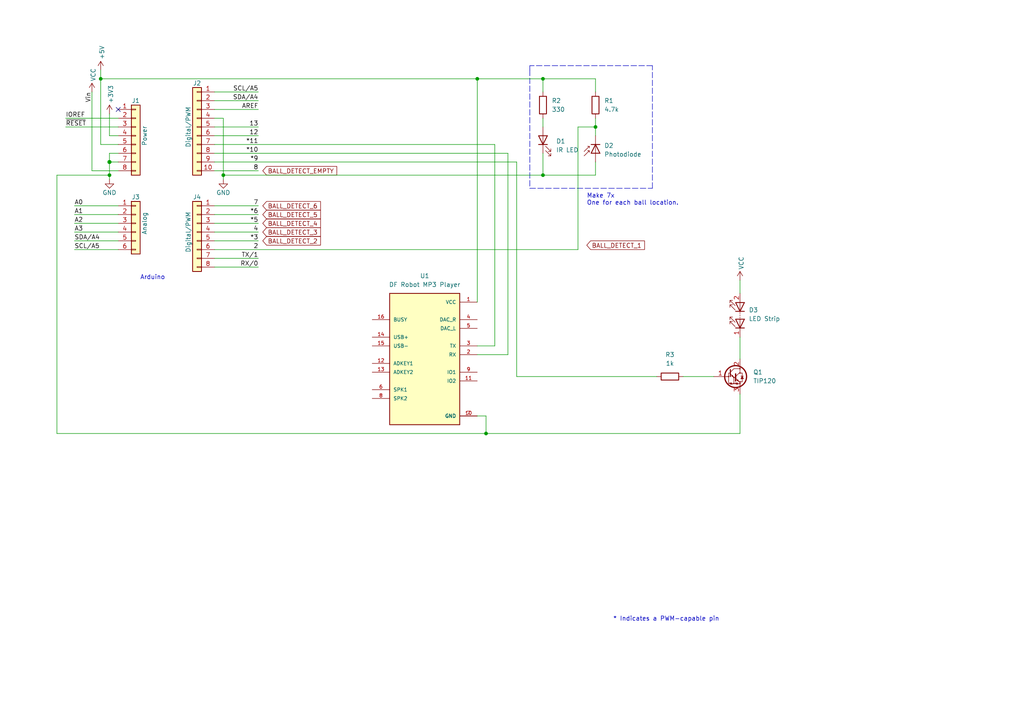
<source format=kicad_sch>
(kicad_sch (version 20211123) (generator eeschema)
  (paper "A4")
  (title_block (date "mar. 31 mars 2015"))
  (lib_symbols
    (symbol "Connector_Generic:Conn_01x06" (pin_names (offset 1.016) hide)
      (property "Reference" "J" (at 0 7.62 0))
      (property "Value" "Conn_01x06" (at 0 -10.16 0))
      (symbol "Conn_01x06_1_1"
        (rectangle (start -1.27 -7.493) (end 0 -7.747) (stroke (width 0.1524)))
        (rectangle (start -1.27 -4.953) (end 0 -5.207) (stroke (width 0.1524)))
        (rectangle (start -1.27 -2.413) (end 0 -2.667) (stroke (width 0.1524)))
        (rectangle (start -1.27 0.127) (end 0 -0.127) (stroke (width 0.1524)))
        (rectangle (start -1.27 2.667) (end 0 2.413) (stroke (width 0.1524)))
        (rectangle (start -1.27 5.207) (end 0 4.953) (stroke (width 0.1524)))
        (rectangle (start -1.27 6.35) (end 1.27 -8.89) (stroke (width 0.254)) (fill (type background)))
        (pin passive line (at -5.08 5.08 0) (length 3.81) (name "Pin_1") (number "1"))
        (pin passive line (at -5.08 2.54 0) (length 3.81) (name "Pin_2") (number "2"))
        (pin passive line (at -5.08 0 0) (length 3.81) (name "Pin_3") (number "3"))
        (pin passive line (at -5.08 -2.54 0) (length 3.81) (name "Pin_4") (number "4"))
        (pin passive line (at -5.08 -5.08 0) (length 3.81) (name "Pin_5") (number "5"))
        (pin passive line (at -5.08 -7.62 0) (length 3.81) (name "Pin_6") (number "6"))
      )
    )
    (symbol "Connector_Generic:Conn_01x08" (pin_names (offset 1.016) hide)
      (property "Reference" "J" (at 0 10.16 0))
      (property "Value" "Conn_01x08" (at 0 -12.7 0))
      (symbol "Conn_01x08_1_1"
        (rectangle (start -1.27 -10.033) (end 0 -10.287) (stroke (width 0.1524)))
        (rectangle (start -1.27 -7.493) (end 0 -7.747) (stroke (width 0.1524)))
        (rectangle (start -1.27 -4.953) (end 0 -5.207) (stroke (width 0.1524)))
        (rectangle (start -1.27 -2.413) (end 0 -2.667) (stroke (width 0.1524)))
        (rectangle (start -1.27 0.127) (end 0 -0.127) (stroke (width 0.1524)))
        (rectangle (start -1.27 2.667) (end 0 2.413) (stroke (width 0.1524)))
        (rectangle (start -1.27 5.207) (end 0 4.953) (stroke (width 0.1524)))
        (rectangle (start -1.27 7.747) (end 0 7.493) (stroke (width 0.1524)))
        (rectangle (start -1.27 8.89) (end 1.27 -11.43) (stroke (width 0.254)) (fill (type background)))
        (pin passive line (at -5.08 7.62 0) (length 3.81) (name "Pin_1") (number "1"))
        (pin passive line (at -5.08 5.08 0) (length 3.81) (name "Pin_2") (number "2"))
        (pin passive line (at -5.08 2.54 0) (length 3.81) (name "Pin_3") (number "3"))
        (pin passive line (at -5.08 0 0) (length 3.81) (name "Pin_4") (number "4"))
        (pin passive line (at -5.08 -2.54 0) (length 3.81) (name "Pin_5") (number "5"))
        (pin passive line (at -5.08 -5.08 0) (length 3.81) (name "Pin_6") (number "6"))
        (pin passive line (at -5.08 -7.62 0) (length 3.81) (name "Pin_7") (number "7"))
        (pin passive line (at -5.08 -10.16 0) (length 3.81) (name "Pin_8") (number "8"))
      )
    )
    (symbol "Connector_Generic:Conn_01x10" (pin_names (offset 1.016) hide)
      (property "Reference" "J" (at 0 12.7 0))
      (property "Value" "Conn_01x10" (at 0 -15.24 0))
      (symbol "Conn_01x10_1_1"
        (rectangle (start -1.27 -12.573) (end 0 -12.827) (stroke (width 0.1524)))
        (rectangle (start -1.27 -10.033) (end 0 -10.287) (stroke (width 0.1524)))
        (rectangle (start -1.27 -7.493) (end 0 -7.747) (stroke (width 0.1524)))
        (rectangle (start -1.27 -4.953) (end 0 -5.207) (stroke (width 0.1524)))
        (rectangle (start -1.27 -2.413) (end 0 -2.667) (stroke (width 0.1524)))
        (rectangle (start -1.27 0.127) (end 0 -0.127) (stroke (width 0.1524)))
        (rectangle (start -1.27 2.667) (end 0 2.413) (stroke (width 0.1524)))
        (rectangle (start -1.27 5.207) (end 0 4.953) (stroke (width 0.1524)))
        (rectangle (start -1.27 7.747) (end 0 7.493) (stroke (width 0.1524)))
        (rectangle (start -1.27 10.287) (end 0 10.033) (stroke (width 0.1524)))
        (rectangle (start -1.27 11.43) (end 1.27 -13.97) (stroke (width 0.254)) (fill (type background)))
        (pin passive line (at -5.08 10.16 0) (length 3.81) (name "Pin_1") (number "1"))
        (pin passive line (at -5.08 -12.7 0) (length 3.81) (name "Pin_10") (number "10"))
        (pin passive line (at -5.08 7.62 0) (length 3.81) (name "Pin_2") (number "2"))
        (pin passive line (at -5.08 5.08 0) (length 3.81) (name "Pin_3") (number "3"))
        (pin passive line (at -5.08 2.54 0) (length 3.81) (name "Pin_4") (number "4"))
        (pin passive line (at -5.08 0 0) (length 3.81) (name "Pin_5") (number "5"))
        (pin passive line (at -5.08 -2.54 0) (length 3.81) (name "Pin_6") (number "6"))
        (pin passive line (at -5.08 -5.08 0) (length 3.81) (name "Pin_7") (number "7"))
        (pin passive line (at -5.08 -7.62 0) (length 3.81) (name "Pin_8") (number "8"))
        (pin passive line (at -5.08 -10.16 0) (length 3.81) (name "Pin_9") (number "9"))
      )
    )
    (symbol "DFR0299:DFR0299" (pin_names (offset 1.016))
      (property "Reference" "U" (at -10.16 18.542 0))
      (property "Value" "DFR0299" (at -10.16 -22.86 0))
      (symbol "DFR0299_0_0"
        (rectangle (start -10.16 -20.32) (end 10.16 17.78) (stroke (width 0.254)) (fill (type background)))
        (pin power_in line (at 15.24 15.24 180) (length 5.08) (name "VCC") (number "1"))
        (pin power_in line (at 15.24 -17.78 180) (length 5.08) (name "GND") (number "10"))
        (pin bidirectional line (at 15.24 -7.62 180) (length 5.08) (name "IO2") (number "11"))
        (pin input line (at -15.24 -2.54 0) (length 5.08) (name "ADKEY1") (number "12"))
        (pin input line (at -15.24 -5.08 0) (length 5.08) (name "ADKEY2") (number "13"))
        (pin input line (at -15.24 5.08 0) (length 5.08) (name "USB+") (number "14"))
        (pin input line (at -15.24 2.54 0) (length 5.08) (name "USB-") (number "15"))
        (pin input line (at -15.24 10.16 0) (length 5.08) (name "BUSY") (number "16"))
        (pin input line (at 15.24 0 180) (length 5.08) (name "RX") (number "2"))
        (pin output line (at 15.24 2.54 180) (length 5.08) (name "TX") (number "3"))
        (pin output line (at 15.24 10.16 180) (length 5.08) (name "DAC_R") (number "4"))
        (pin output line (at 15.24 7.62 180) (length 5.08) (name "DAC_L") (number "5"))
        (pin passive line (at -15.24 -10.16 0) (length 5.08) (name "SPK1") (number "6"))
        (pin power_in line (at 15.24 -17.78 180) (length 5.08) (name "GND") (number "7"))
        (pin passive line (at -15.24 -12.7 0) (length 5.08) (name "SPK2") (number "8"))
        (pin bidirectional line (at 15.24 -5.08 180) (length 5.08) (name "IO1") (number "9"))
      )
    )
    (symbol "Device:D_Photo" (pin_numbers hide) (pin_names hide)
      (property "Reference" "D" (at 0.508 1.778 0))
      (property "Value" "D_Photo" (at -1.016 -2.794 0))
      (symbol "D_Photo_0_1"
        (polyline (pts (xy -2.54 1.27) (xy -2.54 -1.27)) (stroke (width 0.254)))
        (polyline (pts (xy -2.032 1.778) (xy -1.524 1.778)))
        (polyline (pts (xy 0 0) (xy -2.54 0)))
        (polyline (pts (xy -0.508 3.302) (xy -2.032 1.778) (xy -2.032 2.286)))
        (polyline (pts (xy 0 -1.27) (xy 0 1.27) (xy -2.54 0) (xy 0 -1.27)) (stroke (width 0.254)))
        (polyline (pts (xy 0.762 3.302) (xy -0.762 1.778) (xy -0.762 2.286) (xy -0.762 1.778) (xy -0.254 1.778)))
      )
      (symbol "D_Photo_1_1"
        (pin passive line (at -5.08 0 0) (length 2.54) (name "K") (number "1"))
        (pin passive line (at 2.54 0 180) (length 2.54) (name "A") (number "2"))
      )
    )
    (symbol "Device:LED" (pin_numbers hide) (pin_names (offset 1.016) hide)
      (property "Reference" "D" (at 0 2.54 0))
      (property "Value" "LED" (at 0 -2.54 0))
      (symbol "LED_0_1"
        (polyline (pts (xy -1.27 -1.27) (xy -1.27 1.27)) (stroke (width 0.254)))
        (polyline (pts (xy -1.27 0) (xy 1.27 0)))
        (polyline (pts (xy 1.27 -1.27) (xy 1.27 1.27) (xy -1.27 0) (xy 1.27 -1.27)) (stroke (width 0.254)))
        (polyline (pts (xy -3.048 -0.762) (xy -4.572 -2.286) (xy -3.81 -2.286) (xy -4.572 -2.286) (xy -4.572 -1.524)))
        (polyline (pts (xy -1.778 -0.762) (xy -3.302 -2.286) (xy -2.54 -2.286) (xy -3.302 -2.286) (xy -3.302 -1.524)))
      )
      (symbol "LED_1_1"
        (pin passive line (at -3.81 0 0) (length 2.54) (name "K") (number "1"))
        (pin passive line (at 3.81 0 180) (length 2.54) (name "A") (number "2"))
      )
    )
    (symbol "Device:LED_Series" (pin_names (offset 1.016) hide)
      (property "Reference" "D" (at 0 5.715 0))
      (property "Value" "LED_Series" (at 0 3.81 0))
      (symbol "LED_Series_0_1"
        (polyline (pts (xy -3.81 0) (xy -1.016 0)))
        (polyline (pts (xy -3.683 -1.27) (xy -3.683 1.27)) (stroke (width 0.254)))
        (polyline (pts (xy -0.508 0) (xy -0.762 0)))
        (polyline (pts (xy 0.127 0) (xy -0.127 0)))
        (polyline (pts (xy 0.508 0) (xy 0.762 0)))
        (polyline (pts (xy 1.016 0) (xy 3.81 0)))
        (polyline (pts (xy 1.143 -1.27) (xy 1.143 1.27)) (stroke (width 0.254)))
        (polyline (pts (xy -1.143 -1.27) (xy -1.143 1.27) (xy -3.683 0) (xy -1.143 -1.27)) (stroke (width 0.254)))
        (polyline (pts (xy 3.683 -1.27) (xy 3.683 1.27) (xy 1.143 0) (xy 3.683 -1.27)) (stroke (width 0.254)))
        (polyline (pts (xy -3.302 1.397) (xy -1.778 2.921) (xy -2.54 2.921) (xy -1.778 2.921) (xy -1.778 2.159)))
        (polyline (pts (xy -2.032 1.397) (xy -0.508 2.921) (xy -1.27 2.921) (xy -0.508 2.921) (xy -0.508 2.159)))
        (polyline (pts (xy 1.524 1.397) (xy 3.048 2.921) (xy 2.286 2.921) (xy 3.048 2.921) (xy 3.048 2.159)))
        (polyline (pts (xy 2.794 1.397) (xy 4.318 2.921) (xy 3.556 2.921) (xy 4.318 2.921) (xy 4.318 2.159)))
      )
      (symbol "LED_Series_1_1"
        (pin passive line (at -6.35 0 0) (length 2.54) (name "K") (number "1"))
        (pin passive line (at 6.35 0 180) (length 2.54) (name "A") (number "2"))
      )
    )
    (symbol "Device:R" (pin_numbers hide) (pin_names (offset 0))
      (property "Reference" "R" (at 2.032 0 90))
      (property "Value" "R" (at 0 0 90))
      (symbol "R_0_1"
        (rectangle (start -1.016 -2.54) (end 1.016 2.54) (stroke (width 0.254)))
      )
      (symbol "R_1_1"
        (pin passive line (at 0 3.81 270) (length 1.27) (name "~") (number "1"))
        (pin passive line (at 0 -3.81 90) (length 1.27) (name "~") (number "2"))
      )
    )
    (symbol "Transistor_BJT:TIP122" (pin_names (offset 0) hide)
      (property "Reference" "Q" (at 5.08 1.905 0))
      (property "Value" "TIP122" (at 5.08 0 0))
      (symbol "TIP122_0_1"
        (circle (center -0.762 0) (radius 0.127))
        (polyline (pts (xy -1.27 0) (xy -0.889 0)))
        (polyline (pts (xy 2.54 -2.032) (xy 2.54 -2.54)))
        (polyline (pts (xy 2.54 -1.524) (xy 3.175 -1.524)))
        (polyline (pts (xy 2.794 0.127) (xy 3.556 0.127)))
        (polyline (pts (xy 3.175 -0.635) (xy 3.175 -1.524)))
        (polyline (pts (xy 3.175 1.016) (xy 2.54 1.016)))
        (polyline (pts (xy 3.175 1.016) (xy 3.175 0.127)))
        (polyline (pts (xy -0.254 0.762) (xy 0.762 -0.254) (xy 1.27 -0.254)))
        (polyline (pts (xy -0.254 1.016) (xy -0.762 1.016) (xy -0.762 -2.032)))
        (polyline (pts (xy -0.254 1.27) (xy 0.762 2.286) (xy 2.54 2.286)))
        (polyline (pts (xy -0.254 2.032) (xy -0.254 0) (xy -0.254 0)) (stroke (width 0.3048)))
        (polyline (pts (xy 1.27 0.762) (xy 1.27 -1.27) (xy 1.27 -1.27)) (stroke (width 0.381)))
        (polyline (pts (xy 0.635 -0.127) (xy 0.381 0.381) (xy 0.127 0.127) (xy 0.635 -0.127)))
        (polyline (pts (xy 1.27 -0.508) (xy 2.286 -1.524) (xy 2.54 -1.524) (xy 2.54 -2.032)))
        (polyline (pts (xy 1.27 0) (xy 2.286 1.016) (xy 2.54 1.016) (xy 2.54 2.286)))
        (polyline (pts (xy 2.159 -1.397) (xy 1.905 -0.889) (xy 1.651 -1.143) (xy 2.159 -1.397)))
        (polyline (pts (xy 3.175 0.127) (xy 2.794 -0.635) (xy 3.556 -0.635) (xy 3.175 0.127)) (fill (type outline)))
        (polyline (pts (xy 0.762 -2.032) (xy 0.381 -2.032) (xy 0.254 -2.286) (xy 0.127 -1.778) (xy 0 -2.286) (xy -0.127 -1.778) (xy -0.254 -2.286) (xy -0.381 -1.778) (xy -0.508 -2.032) (xy -0.762 -2.032)))
        (polyline (pts (xy 0.762 -0.254) (xy 0.762 -2.032) (xy 1.143 -2.032) (xy 1.27 -1.778) (xy 1.397 -2.286) (xy 1.524 -1.778) (xy 1.651 -2.286) (xy 1.778 -1.778) (xy 1.905 -2.286) (xy 2.032 -2.032) (xy 2.54 -2.032)))
        (circle (center 0.762 -2.032) (radius 0.127))
        (circle (center 0.762 -0.254) (radius 0.127))
        (circle (center 1.27 0) (radius 3.175) (stroke (width 0.3556)))
        (circle (center 2.54 -2.032) (radius 0.127))
        (circle (center 2.54 -1.524) (radius 0.127))
        (circle (center 2.54 1.016) (radius 0.127))
        (circle (center 2.54 2.286) (radius 0.127))
      )
      (symbol "TIP122_1_1"
        (pin input line (at -5.08 0 0) (length 3.81) (name "B") (number "1"))
        (pin passive line (at 2.54 5.08 270) (length 2.667) (name "C") (number "2"))
        (pin passive line (at 2.54 -5.08 90) (length 2.54) (name "E") (number "3"))
      )
    )
    (symbol "power:+3V3" (power) (pin_names (offset 0))
      (property "Value" "+3V3" (at 0 3.556 0))
      (symbol "+3V3_0_1"
        (polyline (pts (xy -0.762 1.27) (xy 0 2.54)))
        (polyline (pts (xy 0 0) (xy 0 2.54)))
        (polyline (pts (xy 0 2.54) (xy 0.762 1.27)))
      )
      (symbol "+3V3_1_1"
        (pin power_in line (at 0 0 90) (length 0) hide (name "+3V3") (number "1"))
      )
    )
    (symbol "power:+5V" (power) (pin_names (offset 0))
      (property "Value" "+5V" (at 0 3.556 0))
      (symbol "+5V_0_1"
        (polyline (pts (xy -0.762 1.27) (xy 0 2.54)))
        (polyline (pts (xy 0 0) (xy 0 2.54)))
        (polyline (pts (xy 0 2.54) (xy 0.762 1.27)))
      )
      (symbol "+5V_1_1"
        (pin power_in line (at 0 0 90) (length 0) hide (name "+5V") (number "1"))
      )
    )
    (symbol "power:GND" (power) (pin_names (offset 0))
      (property "Value" "GND" (at 0 -3.81 0))
      (symbol "GND_0_1"
        (polyline (pts (xy 0 0) (xy 0 -1.27) (xy 1.27 -1.27) (xy 0 -2.54) (xy -1.27 -1.27) (xy 0 -1.27)))
      )
      (symbol "GND_1_1"
        (pin power_in line (at 0 0 270) (length 0) hide (name "GND") (number "1"))
      )
    )
    (symbol "power:VCC" (power) (pin_names (offset 0))
      (property "Value" "VCC" (at 0 3.81 0))
      (symbol "VCC_0_1"
        (polyline (pts (xy -0.762 1.27) (xy 0 2.54)))
        (polyline (pts (xy 0 0) (xy 0 2.54)))
        (polyline (pts (xy 0 2.54) (xy 0.762 1.27)))
      )
      (symbol "VCC_1_1"
        (pin power_in line (at 0 0 90) (length 0) hide (name "VCC") (number "1"))
      )
    )
  )
  (junction (at 64.77 50.8))
  (junction (at 29.21 22.86))
  (junction (at 172.72 36.83))
  (junction (at 31.75 46.99) (diameter 1.016))
  (junction (at 140.97 125.73))
  (junction (at 31.75 50.8))
  (junction (at 157.48 50.8))
  (junction (at 138.43 22.86))
  (junction (at 157.48 22.86))
  (no_connect (at 34.29 31.75))
  (wire (pts (xy 62.23 77.47) (xy 74.93 77.47)))
  (wire (pts (xy 167.64 72.39) (xy 167.64 36.83)))
  (polyline (pts (xy 153.67 20.32) (xy 153.67 54.61)))
  (polyline (pts (xy 189.23 54.61) (xy 189.23 19.05)))
  (wire (pts (xy 62.23 44.45) (xy 147.32 44.45)))
  (wire (pts (xy 157.48 50.8) (xy 172.72 50.8)))
  (wire (pts (xy 62.23 26.67) (xy 74.93 26.67)))
  (wire (pts (xy 31.75 44.45) (xy 31.75 46.99)))
  (wire (pts (xy 31.75 50.8) (xy 16.51 50.8)))
  (wire (pts (xy 21.59 72.39) (xy 34.29 72.39)))
  (wire (pts (xy 138.43 100.33) (xy 143.51 100.33)))
  (wire (pts (xy 198.12 109.22) (xy 207.01 109.22)))
  (wire (pts (xy 31.75 46.99) (xy 31.75 50.8)))
  (wire (pts (xy 143.51 100.33) (xy 143.51 41.91)))
  (wire (pts (xy 31.75 39.37) (xy 34.29 39.37)))
  (wire (pts (xy 29.21 41.91) (xy 34.29 41.91)))
  (wire (pts (xy 214.63 97.79) (xy 214.63 104.14)))
  (wire (pts (xy 29.21 20.32) (xy 29.21 22.86)))
  (wire (pts (xy 157.48 22.86) (xy 172.72 22.86)))
  (wire (pts (xy 149.86 109.22) (xy 190.5 109.22)))
  (wire (pts (xy 62.23 36.83) (xy 74.93 36.83)))
  (wire (pts (xy 31.75 33.02) (xy 31.75 39.37)))
  (wire (pts (xy 62.23 59.69) (xy 74.93 59.69)))
  (wire (pts (xy 140.97 125.73) (xy 140.97 120.65)))
  (wire (pts (xy 172.72 36.83) (xy 172.72 39.37)))
  (wire (pts (xy 34.29 59.69) (xy 21.59 59.69)))
  (wire (pts (xy 62.23 39.37) (xy 74.93 39.37)))
  (wire (pts (xy 157.48 34.29) (xy 157.48 36.83)))
  (wire (pts (xy 62.23 62.23) (xy 74.93 62.23)))
  (wire (pts (xy 149.86 46.99) (xy 149.86 109.22)))
  (wire (pts (xy 64.77 50.8) (xy 157.48 50.8)))
  (wire (pts (xy 147.32 44.45) (xy 147.32 102.87)))
  (wire (pts (xy 172.72 22.86) (xy 172.72 26.67)))
  (wire (pts (xy 29.21 22.86) (xy 138.43 22.86)))
  (wire (pts (xy 157.48 50.8) (xy 157.48 44.45)))
  (wire (pts (xy 16.51 125.73) (xy 140.97 125.73)))
  (wire (pts (xy 62.23 67.31) (xy 74.93 67.31)))
  (wire (pts (xy 19.05 34.29) (xy 34.29 34.29)))
  (wire (pts (xy 172.72 46.99) (xy 172.72 50.8)))
  (polyline (pts (xy 153.67 54.61) (xy 189.23 54.61)))
  (wire (pts (xy 140.97 120.65) (xy 138.43 120.65)))
  (wire (pts (xy 64.77 34.29) (xy 64.77 50.8)))
  (wire (pts (xy 214.63 81.28) (xy 214.63 85.09)))
  (wire (pts (xy 62.23 46.99) (xy 149.86 46.99)))
  (wire (pts (xy 62.23 31.75) (xy 74.93 31.75)))
  (wire (pts (xy 157.48 22.86) (xy 157.48 26.67)))
  (wire (pts (xy 34.29 64.77) (xy 21.59 64.77)))
  (wire (pts (xy 19.05 36.83) (xy 34.29 36.83)))
  (wire (pts (xy 34.29 46.99) (xy 31.75 46.99)))
  (wire (pts (xy 140.97 125.73) (xy 214.63 125.73)))
  (wire (pts (xy 172.72 34.29) (xy 172.72 36.83)))
  (polyline (pts (xy 153.67 19.05) (xy 153.67 20.32)))
  (wire (pts (xy 34.29 49.53) (xy 26.67 49.53)))
  (wire (pts (xy 21.59 62.23) (xy 34.29 62.23)))
  (wire (pts (xy 29.21 22.86) (xy 29.21 41.91)))
  (wire (pts (xy 62.23 34.29) (xy 64.77 34.29)))
  (wire (pts (xy 34.29 44.45) (xy 31.75 44.45)))
  (wire (pts (xy 62.23 41.91) (xy 143.51 41.91)))
  (wire (pts (xy 147.32 102.87) (xy 138.43 102.87)))
  (wire (pts (xy 62.23 64.77) (xy 74.93 64.77)))
  (wire (pts (xy 21.59 67.31) (xy 34.29 67.31)))
  (wire (pts (xy 138.43 22.86) (xy 157.48 22.86)))
  (wire (pts (xy 64.77 50.8) (xy 64.77 52.07)))
  (wire (pts (xy 167.64 36.83) (xy 172.72 36.83)))
  (polyline (pts (xy 189.23 19.05) (xy 153.67 19.05)))
  (wire (pts (xy 214.63 125.73) (xy 214.63 114.3)))
  (wire (pts (xy 138.43 22.86) (xy 138.43 87.63)))
  (wire (pts (xy 62.23 29.21) (xy 74.93 29.21)))
  (wire (pts (xy 62.23 72.39) (xy 167.64 72.39)))
  (wire (pts (xy 62.23 69.85) (xy 74.93 69.85)))
  (wire (pts (xy 31.75 50.8) (xy 31.75 52.07)))
  (wire (pts (xy 16.51 50.8) (xy 16.51 125.73)))
  (wire (pts (xy 62.23 74.93) (xy 74.93 74.93)))
  (wire (pts (xy 26.67 49.53) (xy 26.67 26.67)))
  (wire (pts (xy 34.29 69.85) (xy 21.59 69.85)))
  (wire (pts (xy 62.23 49.53) (xy 74.93 49.53)))
  (text "Make 7x\nOne for each ball location." (at 170.18 59.69 0) (effects (font (size 1.27 1.27)) (justify left bottom)))
  (text "Arduino" (at 40.64 81.28 0) (effects (font (size 1.27 1.27)) (justify left bottom)))
  (text "* Indicates a PWM-capable pin" (at 177.8 180.34 0) (effects (font (size 1.27 1.27)) (justify left bottom)))
  (label "RX{slash}0" (at 74.93 77.47 180))
  (label "A2" (at 21.59 64.77 0))
  (label "4" (at 74.93 67.31 180))
  (label "2" (at 74.93 72.39 180))
  (label "A3" (at 21.59 67.31 0))
  (label "13" (at 74.93 36.83 180))
  (label "12" (at 74.93 39.37 180))
  (label "~{RESET}" (at 19.05 36.83 0))
  (label "*10" (at 74.93 44.45 180))
  (label "7" (at 74.93 59.69 180))
  (label "SDA{slash}A4" (at 74.93 29.21 180))
  (label "8" (at 74.93 49.53 180))
  (label "*11" (at 74.93 41.91 180))
  (label "*3" (at 74.93 69.85 180))
  (label "A1" (at 21.59 62.23 0))
  (label "TX{slash}1" (at 74.93 74.93 180))
  (label "A0" (at 21.59 59.69 0))
  (label "AREF" (at 74.93 31.75 180))
  (label "Vin" (at 26.67 26.67 270))
  (label "*6" (at 74.93 62.23 180))
  (label "SCL{slash}A5" (at 74.93 26.67 180))
  (label "*9" (at 74.93 46.99 180))
  (label "*5" (at 74.93 64.77 180))
  (label "IOREF" (at 19.05 34.29 0))
  (label "SDA{slash}A4" (at 21.59 69.85 0))
  (label "SCL{slash}A5" (at 21.59 72.39 0))
  (global_label "BALL_DETECT_2" (shape input) (at 76.2 69.85 0) (property "Intersheet References" "${INTERSHEET_REFS}" (effects hide)))
  (global_label "BALL_DETECT_3" (shape input) (at 76.2 67.31 0) (property "Intersheet References" "${INTERSHEET_REFS}" (effects hide)))
  (global_label "BALL_DETECT_4" (shape input) (at 76.2 64.77 0) (property "Intersheet References" "${INTERSHEET_REFS}" (effects hide)))
  (global_label "BALL_DETECT_EMPTY" (shape input) (at 76.2 49.53 0) (property "Intersheet References" "${INTERSHEET_REFS}" (effects hide)))
  (global_label "BALL_DETECT_6" (shape input) (at 76.2 59.69 0) (property "Intersheet References" "${INTERSHEET_REFS}" (effects hide)))
  (global_label "BALL_DETECT_1" (shape input) (at 170.18 71.12 0) (property "Intersheet References" "${INTERSHEET_REFS}" (effects hide)))
  (global_label "BALL_DETECT_5" (shape input) (at 76.2 62.23 0) (property "Intersheet References" "${INTERSHEET_REFS}" (effects hide)))
  (symbol (lib_id "Connector_Generic:Conn_01x08") (at 39.37 39.37 0) (unit 1)
    (property "Reference" "J1" (at 39.37 29.21 0))
    (property "Value" "Power" (at 41.91 39.37 90))
    (property "Footprint" "Connector_PinSocket_2.54mm:PinSocket_1x08_P2.54mm_Vertical" (effects hide))
  )
  (symbol (lib_id "power:+3V3") (at 31.75 33.02 0) (unit 1)
    (property "Reference" "#PWR03" (effects hide))
    (property "Value" "+3.3V" (at 32.131 29.972 90) (effects (justify left)))
  )
  (symbol (lib_id "power:+5V") (at 29.21 20.32 0) (unit 1)
    (property "Reference" "#PWR02" (effects hide))
    (property "Value" "+5V" (at 29.5656 17.272 90) (effects (justify left)))
  )
  (symbol (lib_id "power:GND") (at 31.75 52.07 0) (unit 1)
    (property "Reference" "#PWR04" (effects hide))
    (property "Value" "GND" (at 31.75 55.88 0))
  )
  (symbol (lib_id "Connector_Generic:Conn_01x10") (at 57.15 36.83 0) (mirror y) (unit 1)
    (property "Reference" "J2" (at 57.15 24.13 0))
    (property "Value" "Digital/PWM" (at 54.61 36.83 90))
    (property "Footprint" "Connector_PinSocket_2.54mm:PinSocket_1x10_P2.54mm_Vertical" (effects hide))
  )
  (symbol (lib_id "power:GND") (at 64.77 52.07 0) (unit 1)
    (property "Reference" "#PWR05" (effects hide))
    (property "Value" "GND" (at 64.77 55.88 0))
  )
  (symbol (lib_id "Connector_Generic:Conn_01x06") (at 39.37 64.77 0) (unit 1)
    (property "Reference" "J3" (at 39.37 57.15 0))
    (property "Value" "Analog" (at 41.91 64.77 90))
    (property "Footprint" "Connector_PinSocket_2.54mm:PinSocket_1x06_P2.54mm_Vertical" (effects hide))
  )
  (symbol (lib_id "Connector_Generic:Conn_01x08") (at 57.15 67.31 0) (mirror y) (unit 1)
    (property "Reference" "J4" (at 57.15 57.15 0))
    (property "Value" "Digital/PWM" (at 54.61 67.31 90))
    (property "Footprint" "Connector_PinSocket_2.54mm:PinSocket_1x08_P2.54mm_Vertical" (effects hide))
  )
  (symbol (lib_id "Transistor_BJT:TIP122") (at 212.09 109.22 0) (unit 1)
    (property "Reference" "Q1" (at 218.44 107.9499 0) (effects (justify left)))
    (property "Value" "TIP120" (at 218.44 110.4899 0) (effects (justify left)))
    (property "Footprint" "Package_TO_SOT_THT:TO-220-3_Vertical" (effects hide))
    (property "Datasheet" "https://www.onsemi.com/pub/Collateral/TIP120-D.PDF" (effects hide))
  )
  (symbol (lib_id "Device:R") (at 194.31 109.22 90) (unit 1)
    (property "Reference" "R3" (at 194.31 102.87 90))
    (property "Value" "1k" (at 194.31 105.41 90))
    (property "Footprint" "Resistor_THT:R_Axial_DIN0207_L6.3mm_D2.5mm_P7.62mm_Horizontal" (effects hide))
  )
  (symbol (lib_id "power:VCC") (at 214.63 81.28 0) (unit 1)
    (property "Reference" "#PWR06" (effects hide))
    (property "Value" "VCC" (at 215.011 78.232 90) (effects (justify left)))
  )
  (symbol (lib_id "power:VCC") (at 26.67 26.67 0) (unit 1)
    (property "Reference" "#PWR01" (effects hide))
    (property "Value" "VCC" (at 27.051 23.622 90) (effects (justify left)))
  )
  (symbol (lib_id "Device:R") (at 172.72 30.48 0) (unit 1)
    (property "Reference" "R1" (at 175.26 29.2099 0) (effects (justify left)))
    (property "Value" "4.7k" (at 175.26 31.7499 0) (effects (justify left)))
    (property "Footprint" "Resistor_THT:R_Axial_DIN0207_L6.3mm_D2.5mm_P7.62mm_Horizontal" (effects hide))
  )
  (symbol (lib_id "Device:LED_Series") (at 214.63 91.44 90) (unit 1)
    (property "Reference" "D3" (at 217.17 89.9159 90) (effects (justify right)))
    (property "Value" "LED Strip" (at 217.17 92.4559 90) (effects (justify right)))
  )
  (symbol (lib_id "Device:R") (at 157.48 30.48 0) (unit 1)
    (property "Reference" "R2" (at 160.02 29.2099 0) (effects (justify left)))
    (property "Value" "330" (at 160.02 31.7499 0) (effects (justify left)))
    (property "Footprint" "Resistor_THT:R_Axial_DIN0207_L6.3mm_D2.5mm_P7.62mm_Horizontal" (effects hide))
  )
  (symbol (lib_id "DFR0299:DFR0299") (at 123.19 102.87 0) (unit 1)
    (property "Reference" "U1" (at 123.19 80.01 0))
    (property "Value" "DF Robot MP3 Player" (at 123.19 82.55 0))
    (property "Footprint" "MODULE_DFR0299" (effects hide))
    (property "MF" "DFRobot" (effects hide))
    (property "PRICE" "None" (effects hide))
    (property "DESCRIPTION" "Dfplayer Pro" (effects hide))
    (property "AVAILABILITY" "Unavailable" (effects hide))
    (property "PACKAGE" "None" (effects hide))
    (property "MP" "DFR0299" (effects hide))
  )
  (symbol (lib_id "Device:LED") (at 157.48 40.64 90) (unit 1)
    (property "Reference" "D1" (at 161.29 40.9574 90) (effects (justify right)))
    (property "Value" "IR LED" (at 161.29 43.4974 90) (effects (justify right)))
  )
  (symbol (lib_id "Device:D_Photo") (at 172.72 44.45 90) (mirror x) (unit 1)
    (property "Reference" "D2" (at 175.26 42.2274 90) (effects (justify right)))
    (property "Value" "Photodiode" (at 175.26 44.7674 90) (effects (justify right)))
  )
)
</source>
